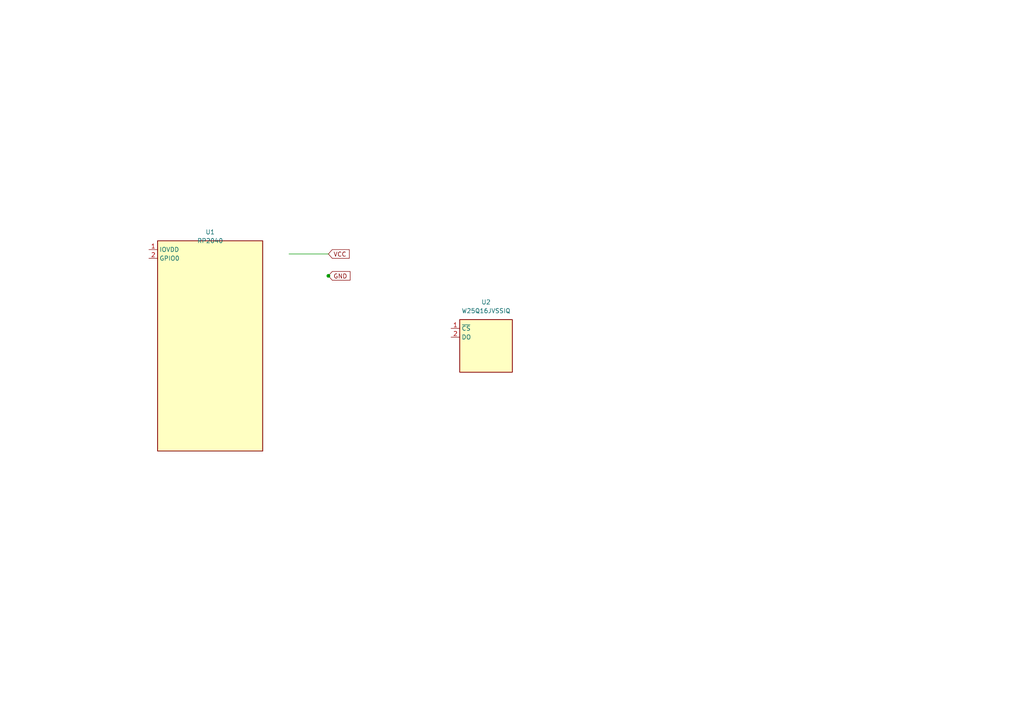
<source format=kicad_sch>
(kicad_sch (version 20230121) (generator eeschema)
  (paper "A4")
  (title_block (title "RP2040 Pizza Detection System") (date "2025-05-30") (rev "1.1") (company "Fixed Design"))
  (lib_symbols
    (symbol "MCU_RaspberryPi:RP2040"
      (property "Reference" "U" (at 0 0 0))
      (property "Value" "RP2040" (at 0 -2.54 0))
      (symbol "RP2040_0_1"
        (rectangle (start -15.24 30.48) (end 15.24 -30.48) (stroke (width 0.254)) (fill (type background)))
      )
      (symbol "RP2040_1_1"
        (pin bidirectional line (at -17.78 27.94 0) (length 2.54) (name "IOVDD") (number "1"))
        (pin bidirectional line (at -17.78 25.4 0) (length 2.54) (name "GPIO0") (number "2"))
      )
    )
    (symbol "Memory_Flash:W25Q16JVSSIQ"
      (property "Reference" "U" (at 0 0 0))
      (property "Value" "W25Q16JVSSIQ" (at 0 -2.54 0))
      (symbol "W25Q16JVSSIQ_0_1"
        (rectangle (start -7.62 7.62) (end 7.62 -7.62) (stroke (width 0.254)) (fill (type background)))
      )
      (symbol "W25Q16JVSSIQ_1_1"
        (pin input line (at -10.16 5.08 0) (length 2.54) (name "~{CS}") (number "1"))
        (pin bidirectional line (at -10.16 2.54 0) (length 2.54) (name "DO") (number "2"))
      )
    )
  )
  (junction (at 95.25 80.01))
  (wire (pts (xy 83.82 73.66) (xy 95.25 73.66)))
  (global_label "VCC" (shape input) (at 95.25 73.66 0) (property "Intersheetrefs" "${INTERSHEET_REFS}" (effects hide)))
  (global_label "GND" (shape input) (at 95.25 80.01 0) (property "Intersheetrefs" "${INTERSHEET_REFS}" (effects hide)))
  (symbol (lib_id "MCU_RaspberryPi:RP2040") (at 60.96 100.33 0) (unit 1)
    (property "Reference" "U1" (at 60.96 67.31 0))
    (property "Value" "RP2040" (at 60.96 69.85 0))
    (property "Footprint" "Package_DFN_QFN:QFN-56-1EP_7x7mm_P0.4mm_EP5.6x5.6mm" (effects hide))
    (property "Datasheet" "https://datasheets.raspberrypi.org/rp2040/rp2040-datasheet.pdf" (effects hide))
  )
  (symbol (lib_id "Memory_Flash:W25Q16JVSSIQ") (at 140.97 100.33 0) (unit 1)
    (property "Reference" "U2" (at 140.97 87.63 0))
    (property "Value" "W25Q16JVSSIQ" (at 140.97 90.17 0))
    (property "Footprint" "Package_SO:SOIC-8_3.9x4.9mm_P1.27mm" (effects hide))
    (property "Datasheet" "https://www.winbond.com/resource-files/w25q16jv%20spi%20revsf%2005162019.pdf" (effects hide))
  )
)
</source>
